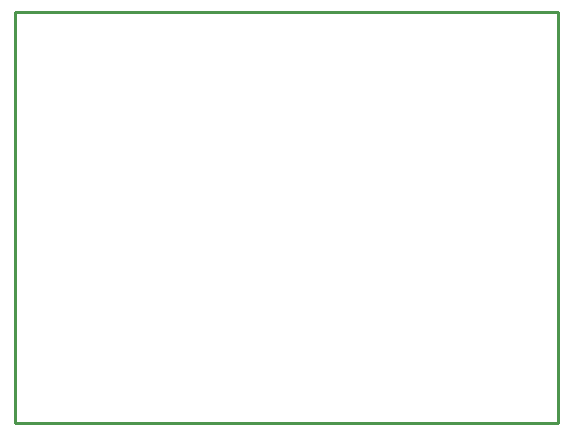
<source format=gko>
G04 Layer_Color=16711935*
%FSLAX25Y25*%
%MOIN*%
G70*
G01*
G75*
%ADD42C,0.01000*%
D42*
X473425Y127165D02*
Y264173D01*
X654528D01*
Y127165D02*
Y264173D01*
X473425Y127165D02*
X654528D01*
M02*

</source>
